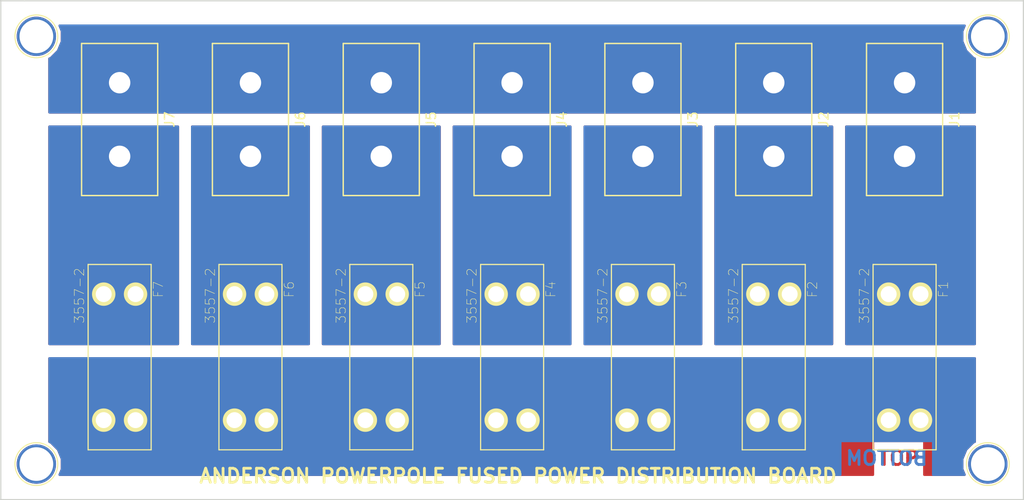
<source format=kicad_pcb>
(kicad_pcb (version 4) (host pcbnew 4.0.6)

  (general
    (links 33)
    (no_connects 0)
    (area 101.524999 87.554999 210.895001 141.045001)
    (thickness 1.6)
    (drawings 11)
    (tracks 60)
    (zones 0)
    (modules 18)
    (nets 10)
  )

  (page A4)
  (title_block
    (title "Anderson Powerpole Fused Power Distribution Board")
    (rev 0.1)
  )

  (layers
    (0 F.Cu signal)
    (31 B.Cu signal)
    (32 B.Adhes user)
    (33 F.Adhes user)
    (34 B.Paste user)
    (35 F.Paste user)
    (36 B.SilkS user)
    (37 F.SilkS user)
    (38 B.Mask user)
    (39 F.Mask user)
    (40 Dwgs.User user)
    (41 Cmts.User user)
    (42 Eco1.User user)
    (43 Eco2.User user)
    (44 Edge.Cuts user)
    (45 Margin user)
    (46 B.CrtYd user)
    (47 F.CrtYd user)
    (48 B.Fab user)
    (49 F.Fab user)
  )

  (setup
    (last_trace_width 0.25)
    (trace_clearance 0.2)
    (zone_clearance 0.508)
    (zone_45_only yes)
    (trace_min 0.2)
    (segment_width 0.2)
    (edge_width 0.15)
    (via_size 0.6)
    (via_drill 0.4)
    (via_min_size 0.4)
    (via_min_drill 0.3)
    (uvia_size 0.3)
    (uvia_drill 0.1)
    (uvias_allowed no)
    (uvia_min_size 0.2)
    (uvia_min_drill 0.1)
    (pcb_text_width 0.3)
    (pcb_text_size 1.5 1.5)
    (mod_edge_width 0.15)
    (mod_text_size 1 1)
    (mod_text_width 0.15)
    (pad_size 4.572 4.572)
    (pad_drill 2.286)
    (pad_to_mask_clearance 0.2)
    (aux_axis_origin 0 0)
    (visible_elements 7FFFFFFF)
    (pcbplotparams
      (layerselection 0x01030_80000001)
      (usegerberextensions false)
      (excludeedgelayer false)
      (linewidth 0.100000)
      (plotframeref false)
      (viasonmask false)
      (mode 1)
      (useauxorigin false)
      (hpglpennumber 1)
      (hpglpenspeed 20)
      (hpglpendiameter 15)
      (hpglpenoverlay 2)
      (psnegative false)
      (psa4output false)
      (plotreference true)
      (plotvalue true)
      (plotinvisibletext false)
      (padsonsilk false)
      (subtractmaskfromsilk false)
      (outputformat 1)
      (mirror false)
      (drillshape 0)
      (scaleselection 1)
      (outputdirectory GerberFiles/))
  )

  (net 0 "")
  (net 1 "Net-(F1-Pad1)")
  (net 2 "Net-(F1-Pad3)")
  (net 3 "Net-(F2-Pad1)")
  (net 4 "Net-(F3-Pad1)")
  (net 5 "Net-(F4-Pad1)")
  (net 6 "Net-(F5-Pad1)")
  (net 7 "Net-(F6-Pad1)")
  (net 8 "Net-(F7-Pad1)")
  (net 9 "Net-(J1-Pad2)")

  (net_class Default "This is the default net class."
    (clearance 0.2)
    (trace_width 0.25)
    (via_dia 0.6)
    (via_drill 0.4)
    (uvia_dia 0.3)
    (uvia_drill 0.1)
    (add_net "Net-(F1-Pad1)")
    (add_net "Net-(F1-Pad3)")
    (add_net "Net-(F2-Pad1)")
    (add_net "Net-(F3-Pad1)")
    (add_net "Net-(F4-Pad1)")
    (add_net "Net-(F5-Pad1)")
    (add_net "Net-(F6-Pad1)")
    (add_net "Net-(F7-Pad1)")
    (add_net "Net-(J1-Pad2)")
  )

  (module Connectors:1pin (layer F.Cu) (tedit 5948D33E) (tstamp 5948C30C)
    (at 105.41 137.16)
    (descr "module 1 pin (ou trou mecanique de percage)")
    (tags DEV)
    (fp_text reference REF** (at 0 -3.048) (layer F.SilkS) hide
      (effects (font (size 1 1) (thickness 0.15)))
    )
    (fp_text value 1pin (at 0 3) (layer F.Fab) hide
      (effects (font (size 1 1) (thickness 0.15)))
    )
    (fp_circle (center 0 0) (end 2 0.8) (layer F.Fab) (width 0.1))
    (fp_circle (center 0 0) (end 2.6 0) (layer F.CrtYd) (width 0.05))
    (fp_circle (center 0 0) (end 0 -2.286) (layer F.SilkS) (width 0.12))
    (pad 1 thru_hole circle (at 0 0) (size 4.2 4.2) (drill 3.6) (layers *.Cu *.Mask))
  )

  (module Connectors:1pin (layer F.Cu) (tedit 5948D335) (tstamp 5948C2F5)
    (at 207.01 91.44)
    (descr "module 1 pin (ou trou mecanique de percage)")
    (tags DEV)
    (fp_text reference REF** (at 0 -3.048) (layer F.SilkS) hide
      (effects (font (size 1 1) (thickness 0.15)))
    )
    (fp_text value 1pin (at 0 3) (layer F.Fab) hide
      (effects (font (size 1 1) (thickness 0.15)))
    )
    (fp_circle (center 0 0) (end 2 0.8) (layer F.Fab) (width 0.1))
    (fp_circle (center 0 0) (end 2.6 0) (layer F.CrtYd) (width 0.05))
    (fp_circle (center 0 0) (end 0 -2.286) (layer F.SilkS) (width 0.12))
    (pad 1 thru_hole circle (at 0 0) (size 4.2 4.2) (drill 3.6) (layers *.Cu *.Mask))
  )

  (module Connectors:1pin (layer F.Cu) (tedit 5948D330) (tstamp 5948C2EE)
    (at 207.01 137.16)
    (descr "module 1 pin (ou trou mecanique de percage)")
    (tags DEV)
    (fp_text reference REF** (at 0 -3.048) (layer F.SilkS) hide
      (effects (font (size 1 1) (thickness 0.15)))
    )
    (fp_text value 1pin (at 0 3) (layer F.Fab) hide
      (effects (font (size 1 1) (thickness 0.15)))
    )
    (fp_circle (center 0 0) (end 2 0.8) (layer F.Fab) (width 0.1))
    (fp_circle (center 0 0) (end 2.6 0) (layer F.CrtYd) (width 0.05))
    (fp_circle (center 0 0) (end 0 -2.286) (layer F.SilkS) (width 0.12))
    (pad 1 thru_hole circle (at 0 0) (size 4.2 4.2) (drill 3.6) (layers *.Cu *.Mask))
  )

  (module Radio:Powerpole_PP15-45_12ga_Wire (layer F.Cu) (tedit 59478760) (tstamp 5948B5E2)
    (at 198.12 100.33 90)
    (path /5947A56A)
    (fp_text reference J1 (at 0 5.334 90) (layer F.SilkS)
      (effects (font (size 1 1) (thickness 0.15)))
    )
    (fp_text value AndersonPowerpole (at 0 -5.588 90) (layer F.Fab) hide
      (effects (font (size 1 1) (thickness 0.15)))
    )
    (fp_line (start -8.128 -4.064) (end -8.128 4.064) (layer F.SilkS) (width 0.15))
    (fp_line (start -8.128 4.064) (end 8.128 4.064) (layer F.SilkS) (width 0.15))
    (fp_line (start 8.128 4.064) (end 8.128 -4.064) (layer F.SilkS) (width 0.15))
    (fp_line (start 8.128 -4.064) (end -8.128 -4.064) (layer F.SilkS) (width 0.15))
    (pad 1 thru_hole circle (at -3.937 0 90) (size 4.572 4.572) (drill 2.286) (layers *.Cu *.Mask)
      (net 1 "Net-(F1-Pad1)"))
    (pad 2 thru_hole circle (at 3.937 0 90) (size 4.572 4.572) (drill 2.286) (layers *.Cu *.Mask)
      (net 9 "Net-(J1-Pad2)"))
  )

  (module Radio:Powerpole_PP15-45_12ga_Wire (layer F.Cu) (tedit 5948BEB1) (tstamp 5948B5EC)
    (at 184.15 100.33 90)
    (path /5947A570)
    (fp_text reference J2 (at 0 5.334 90) (layer F.SilkS)
      (effects (font (size 1 1) (thickness 0.15)))
    )
    (fp_text value AndersonPowerpole (at 0 -5.588 90) (layer F.Fab) hide
      (effects (font (size 1 1) (thickness 0.15)))
    )
    (fp_line (start -8.128 -4.064) (end -8.128 4.064) (layer F.SilkS) (width 0.15))
    (fp_line (start -8.128 4.064) (end 8.128 4.064) (layer F.SilkS) (width 0.15))
    (fp_line (start 8.128 4.064) (end 8.128 -4.064) (layer F.SilkS) (width 0.15))
    (fp_line (start 8.128 -4.064) (end -8.128 -4.064) (layer F.SilkS) (width 0.15))
    (pad 1 thru_hole circle (at -3.937 0 90) (size 4.572 4.572) (drill 2.286) (layers *.Cu *.Mask)
      (net 3 "Net-(F2-Pad1)"))
    (pad 2 thru_hole circle (at 3.937 0 90) (size 4.572 4.572) (drill 2.286) (layers *.Cu *.Mask)
      (net 9 "Net-(J1-Pad2)"))
  )

  (module Radio:Powerpole_PP15-45_12ga_Wire (layer F.Cu) (tedit 59478760) (tstamp 5948B5F6)
    (at 170.18 100.33 90)
    (path /5947A482)
    (fp_text reference J3 (at 0 5.334 90) (layer F.SilkS)
      (effects (font (size 1 1) (thickness 0.15)))
    )
    (fp_text value AndersonPowerpole (at 0 -5.588 90) (layer F.Fab) hide
      (effects (font (size 1 1) (thickness 0.15)))
    )
    (fp_line (start -8.128 -4.064) (end -8.128 4.064) (layer F.SilkS) (width 0.15))
    (fp_line (start -8.128 4.064) (end 8.128 4.064) (layer F.SilkS) (width 0.15))
    (fp_line (start 8.128 4.064) (end 8.128 -4.064) (layer F.SilkS) (width 0.15))
    (fp_line (start 8.128 -4.064) (end -8.128 -4.064) (layer F.SilkS) (width 0.15))
    (pad 1 thru_hole circle (at -3.937 0 90) (size 4.572 4.572) (drill 2.286) (layers *.Cu *.Mask)
      (net 4 "Net-(F3-Pad1)"))
    (pad 2 thru_hole circle (at 3.937 0 90) (size 4.572 4.572) (drill 2.286) (layers *.Cu *.Mask)
      (net 9 "Net-(J1-Pad2)"))
  )

  (module Radio:Powerpole_PP15-45_12ga_Wire (layer F.Cu) (tedit 59478760) (tstamp 5948B600)
    (at 156.21 100.33 90)
    (path /5947A4FE)
    (fp_text reference J4 (at 0 5.334 90) (layer F.SilkS)
      (effects (font (size 1 1) (thickness 0.15)))
    )
    (fp_text value AndersonPowerpole (at 0 -5.588 90) (layer F.Fab) hide
      (effects (font (size 1 1) (thickness 0.15)))
    )
    (fp_line (start -8.128 -4.064) (end -8.128 4.064) (layer F.SilkS) (width 0.15))
    (fp_line (start -8.128 4.064) (end 8.128 4.064) (layer F.SilkS) (width 0.15))
    (fp_line (start 8.128 4.064) (end 8.128 -4.064) (layer F.SilkS) (width 0.15))
    (fp_line (start 8.128 -4.064) (end -8.128 -4.064) (layer F.SilkS) (width 0.15))
    (pad 1 thru_hole circle (at -3.937 0 90) (size 4.572 4.572) (drill 2.286) (layers *.Cu *.Mask)
      (net 5 "Net-(F4-Pad1)"))
    (pad 2 thru_hole circle (at 3.937 0 90) (size 4.572 4.572) (drill 2.286) (layers *.Cu *.Mask)
      (net 9 "Net-(J1-Pad2)"))
  )

  (module Radio:Powerpole_PP15-45_12ga_Wire (layer F.Cu) (tedit 59478760) (tstamp 5948B60A)
    (at 142.24 100.33 90)
    (path /5947A52A)
    (fp_text reference J5 (at 0 5.334 90) (layer F.SilkS)
      (effects (font (size 1 1) (thickness 0.15)))
    )
    (fp_text value AndersonPowerpole (at 0 -5.588 90) (layer F.Fab) hide
      (effects (font (size 1 1) (thickness 0.15)))
    )
    (fp_line (start -8.128 -4.064) (end -8.128 4.064) (layer F.SilkS) (width 0.15))
    (fp_line (start -8.128 4.064) (end 8.128 4.064) (layer F.SilkS) (width 0.15))
    (fp_line (start 8.128 4.064) (end 8.128 -4.064) (layer F.SilkS) (width 0.15))
    (fp_line (start 8.128 -4.064) (end -8.128 -4.064) (layer F.SilkS) (width 0.15))
    (pad 1 thru_hole circle (at -3.937 0 90) (size 4.572 4.572) (drill 2.286) (layers *.Cu *.Mask)
      (net 6 "Net-(F5-Pad1)"))
    (pad 2 thru_hole circle (at 3.937 0 90) (size 4.572 4.572) (drill 2.286) (layers *.Cu *.Mask)
      (net 9 "Net-(J1-Pad2)"))
  )

  (module Radio:Powerpole_PP15-45_12ga_Wire (layer F.Cu) (tedit 59478760) (tstamp 5948B614)
    (at 128.27 100.33 90)
    (path /5947A530)
    (fp_text reference J6 (at 0 5.334 90) (layer F.SilkS)
      (effects (font (size 1 1) (thickness 0.15)))
    )
    (fp_text value AndersonPowerpole (at 0 -5.588 90) (layer F.Fab) hide
      (effects (font (size 1 1) (thickness 0.15)))
    )
    (fp_line (start -8.128 -4.064) (end -8.128 4.064) (layer F.SilkS) (width 0.15))
    (fp_line (start -8.128 4.064) (end 8.128 4.064) (layer F.SilkS) (width 0.15))
    (fp_line (start 8.128 4.064) (end 8.128 -4.064) (layer F.SilkS) (width 0.15))
    (fp_line (start 8.128 -4.064) (end -8.128 -4.064) (layer F.SilkS) (width 0.15))
    (pad 1 thru_hole circle (at -3.937 0 90) (size 4.572 4.572) (drill 2.286) (layers *.Cu *.Mask)
      (net 7 "Net-(F6-Pad1)"))
    (pad 2 thru_hole circle (at 3.937 0 90) (size 4.572 4.572) (drill 2.286) (layers *.Cu *.Mask)
      (net 9 "Net-(J1-Pad2)"))
  )

  (module Radio:Powerpole_PP15-45_12ga_Wire (layer F.Cu) (tedit 5948D722) (tstamp 5948B61E)
    (at 114.3 100.33 90)
    (path /5947A594)
    (fp_text reference J7 (at 0 5.334 90) (layer F.SilkS)
      (effects (font (size 1 1) (thickness 0.15)))
    )
    (fp_text value AndersonPowerpole (at 0 -5.588 90) (layer F.Fab) hide
      (effects (font (size 1 1) (thickness 0.15)))
    )
    (fp_line (start -8.128 -4.064) (end -8.128 4.064) (layer F.SilkS) (width 0.15))
    (fp_line (start -8.128 4.064) (end 8.128 4.064) (layer F.SilkS) (width 0.15))
    (fp_line (start 8.128 4.064) (end 8.128 -4.064) (layer F.SilkS) (width 0.15))
    (fp_line (start 8.128 -4.064) (end -8.128 -4.064) (layer F.SilkS) (width 0.15))
    (pad 1 thru_hole circle (at -3.937 0 90) (size 4.572 4.572) (drill 2.286) (layers *.Cu *.Mask)
      (net 8 "Net-(F7-Pad1)"))
    (pad 2 thru_hole circle (at 3.937 0 90) (size 4.572 4.572) (drill 2.286) (layers *.Cu *.Mask)
      (net 9 "Net-(J1-Pad2)"))
  )

  (module Radio:FUSE_HOLDER_KEYSTONE_3557-2 (layer F.Cu) (tedit 5948BBDA) (tstamp 5948B5D8)
    (at 114.3 125.73 270)
    (path /5948BB70)
    (fp_text reference F7 (at -7.24 -4.135 270) (layer F.SilkS)
      (effects (font (size 1 1) (thickness 0.05)))
    )
    (fp_text value 3557-2 (at -6.565 4.295 270) (layer F.SilkS)
      (effects (font (size 1 1) (thickness 0.05)))
    )
    (fp_line (start -9.905 -3.365) (end -9.905 3.365) (layer F.SilkS) (width 0.127))
    (fp_line (start -9.905 3.365) (end 9.905 3.365) (layer F.SilkS) (width 0.127))
    (fp_line (start 9.905 3.365) (end 9.905 -3.365) (layer F.SilkS) (width 0.127))
    (fp_line (start 9.905 -3.365) (end -9.905 -3.365) (layer F.SilkS) (width 0.127))
    (fp_line (start -10.2 -3.6) (end 10.2 -3.6) (layer Dwgs.User) (width 0.127))
    (fp_line (start 10.2 -3.6) (end 10.2 3.6) (layer Dwgs.User) (width 0.127))
    (fp_line (start 10.2 3.6) (end -10.2 3.6) (layer Dwgs.User) (width 0.127))
    (fp_line (start -10.2 3.6) (end -10.2 -3.6) (layer Dwgs.User) (width 0.127))
    (pad 1 thru_hole circle (at -6.735 -1.7 270) (size 2.5 2.5) (drill 1.7) (layers *.Cu *.Mask F.SilkS)
      (net 8 "Net-(F7-Pad1)"))
    (pad 2 thru_hole circle (at -6.735 1.7 270) (size 2.5 2.5) (drill 1.7) (layers *.Cu *.Mask F.SilkS)
      (net 8 "Net-(F7-Pad1)"))
    (pad 3 thru_hole circle (at 6.735 -1.7 270) (size 2.5 2.5) (drill 1.7) (layers *.Cu *.Mask F.SilkS)
      (net 2 "Net-(F1-Pad3)"))
    (pad 4 thru_hole circle (at 6.735 1.7 270) (size 2.5 2.5) (drill 1.7) (layers *.Cu *.Mask F.SilkS)
      (net 2 "Net-(F1-Pad3)"))
  )

  (module Radio:FUSE_HOLDER_KEYSTONE_3557-2 (layer F.Cu) (tedit 5948BBDA) (tstamp 5948B5C8)
    (at 128.27 125.73 270)
    (path /5948BB7B)
    (fp_text reference F6 (at -7.24 -4.135 270) (layer F.SilkS)
      (effects (font (size 1 1) (thickness 0.05)))
    )
    (fp_text value 3557-2 (at -6.565 4.295 270) (layer F.SilkS)
      (effects (font (size 1 1) (thickness 0.05)))
    )
    (fp_line (start -9.905 -3.365) (end -9.905 3.365) (layer F.SilkS) (width 0.127))
    (fp_line (start -9.905 3.365) (end 9.905 3.365) (layer F.SilkS) (width 0.127))
    (fp_line (start 9.905 3.365) (end 9.905 -3.365) (layer F.SilkS) (width 0.127))
    (fp_line (start 9.905 -3.365) (end -9.905 -3.365) (layer F.SilkS) (width 0.127))
    (fp_line (start -10.2 -3.6) (end 10.2 -3.6) (layer Dwgs.User) (width 0.127))
    (fp_line (start 10.2 -3.6) (end 10.2 3.6) (layer Dwgs.User) (width 0.127))
    (fp_line (start 10.2 3.6) (end -10.2 3.6) (layer Dwgs.User) (width 0.127))
    (fp_line (start -10.2 3.6) (end -10.2 -3.6) (layer Dwgs.User) (width 0.127))
    (pad 1 thru_hole circle (at -6.735 -1.7 270) (size 2.5 2.5) (drill 1.7) (layers *.Cu *.Mask F.SilkS)
      (net 7 "Net-(F6-Pad1)"))
    (pad 2 thru_hole circle (at -6.735 1.7 270) (size 2.5 2.5) (drill 1.7) (layers *.Cu *.Mask F.SilkS)
      (net 7 "Net-(F6-Pad1)"))
    (pad 3 thru_hole circle (at 6.735 -1.7 270) (size 2.5 2.5) (drill 1.7) (layers *.Cu *.Mask F.SilkS)
      (net 2 "Net-(F1-Pad3)"))
    (pad 4 thru_hole circle (at 6.735 1.7 270) (size 2.5 2.5) (drill 1.7) (layers *.Cu *.Mask F.SilkS)
      (net 2 "Net-(F1-Pad3)"))
  )

  (module Radio:FUSE_HOLDER_KEYSTONE_3557-2 (layer F.Cu) (tedit 5948BBDA) (tstamp 5948B5B8)
    (at 142.24 125.73 270)
    (path /5948BB65)
    (fp_text reference F5 (at -7.24 -4.135 270) (layer F.SilkS)
      (effects (font (size 1 1) (thickness 0.05)))
    )
    (fp_text value 3557-2 (at -6.565 4.295 270) (layer F.SilkS)
      (effects (font (size 1 1) (thickness 0.05)))
    )
    (fp_line (start -9.905 -3.365) (end -9.905 3.365) (layer F.SilkS) (width 0.127))
    (fp_line (start -9.905 3.365) (end 9.905 3.365) (layer F.SilkS) (width 0.127))
    (fp_line (start 9.905 3.365) (end 9.905 -3.365) (layer F.SilkS) (width 0.127))
    (fp_line (start 9.905 -3.365) (end -9.905 -3.365) (layer F.SilkS) (width 0.127))
    (fp_line (start -10.2 -3.6) (end 10.2 -3.6) (layer Dwgs.User) (width 0.127))
    (fp_line (start 10.2 -3.6) (end 10.2 3.6) (layer Dwgs.User) (width 0.127))
    (fp_line (start 10.2 3.6) (end -10.2 3.6) (layer Dwgs.User) (width 0.127))
    (fp_line (start -10.2 3.6) (end -10.2 -3.6) (layer Dwgs.User) (width 0.127))
    (pad 1 thru_hole circle (at -6.735 -1.7 270) (size 2.5 2.5) (drill 1.7) (layers *.Cu *.Mask F.SilkS)
      (net 6 "Net-(F5-Pad1)"))
    (pad 2 thru_hole circle (at -6.735 1.7 270) (size 2.5 2.5) (drill 1.7) (layers *.Cu *.Mask F.SilkS)
      (net 6 "Net-(F5-Pad1)"))
    (pad 3 thru_hole circle (at 6.735 -1.7 270) (size 2.5 2.5) (drill 1.7) (layers *.Cu *.Mask F.SilkS)
      (net 2 "Net-(F1-Pad3)"))
    (pad 4 thru_hole circle (at 6.735 1.7 270) (size 2.5 2.5) (drill 1.7) (layers *.Cu *.Mask F.SilkS)
      (net 2 "Net-(F1-Pad3)"))
  )

  (module Radio:FUSE_HOLDER_KEYSTONE_3557-2 (layer F.Cu) (tedit 5948BBDA) (tstamp 5948B5A8)
    (at 156.21 125.73 270)
    (path /5948BAE4)
    (fp_text reference F4 (at -7.24 -4.135 270) (layer F.SilkS)
      (effects (font (size 1 1) (thickness 0.05)))
    )
    (fp_text value 3557-2 (at -6.565 4.295 270) (layer F.SilkS)
      (effects (font (size 1 1) (thickness 0.05)))
    )
    (fp_line (start -9.905 -3.365) (end -9.905 3.365) (layer F.SilkS) (width 0.127))
    (fp_line (start -9.905 3.365) (end 9.905 3.365) (layer F.SilkS) (width 0.127))
    (fp_line (start 9.905 3.365) (end 9.905 -3.365) (layer F.SilkS) (width 0.127))
    (fp_line (start 9.905 -3.365) (end -9.905 -3.365) (layer F.SilkS) (width 0.127))
    (fp_line (start -10.2 -3.6) (end 10.2 -3.6) (layer Dwgs.User) (width 0.127))
    (fp_line (start 10.2 -3.6) (end 10.2 3.6) (layer Dwgs.User) (width 0.127))
    (fp_line (start 10.2 3.6) (end -10.2 3.6) (layer Dwgs.User) (width 0.127))
    (fp_line (start -10.2 3.6) (end -10.2 -3.6) (layer Dwgs.User) (width 0.127))
    (pad 1 thru_hole circle (at -6.735 -1.7 270) (size 2.5 2.5) (drill 1.7) (layers *.Cu *.Mask F.SilkS)
      (net 5 "Net-(F4-Pad1)"))
    (pad 2 thru_hole circle (at -6.735 1.7 270) (size 2.5 2.5) (drill 1.7) (layers *.Cu *.Mask F.SilkS)
      (net 5 "Net-(F4-Pad1)"))
    (pad 3 thru_hole circle (at 6.735 -1.7 270) (size 2.5 2.5) (drill 1.7) (layers *.Cu *.Mask F.SilkS)
      (net 2 "Net-(F1-Pad3)"))
    (pad 4 thru_hole circle (at 6.735 1.7 270) (size 2.5 2.5) (drill 1.7) (layers *.Cu *.Mask F.SilkS)
      (net 2 "Net-(F1-Pad3)"))
  )

  (module Radio:FUSE_HOLDER_KEYSTONE_3557-2 (layer F.Cu) (tedit 5948BBDA) (tstamp 5948B598)
    (at 170.18 125.73 270)
    (path /5948BAEF)
    (fp_text reference F3 (at -7.24 -4.135 270) (layer F.SilkS)
      (effects (font (size 1 1) (thickness 0.05)))
    )
    (fp_text value 3557-2 (at -6.565 4.295 270) (layer F.SilkS)
      (effects (font (size 1 1) (thickness 0.05)))
    )
    (fp_line (start -9.905 -3.365) (end -9.905 3.365) (layer F.SilkS) (width 0.127))
    (fp_line (start -9.905 3.365) (end 9.905 3.365) (layer F.SilkS) (width 0.127))
    (fp_line (start 9.905 3.365) (end 9.905 -3.365) (layer F.SilkS) (width 0.127))
    (fp_line (start 9.905 -3.365) (end -9.905 -3.365) (layer F.SilkS) (width 0.127))
    (fp_line (start -10.2 -3.6) (end 10.2 -3.6) (layer Dwgs.User) (width 0.127))
    (fp_line (start 10.2 -3.6) (end 10.2 3.6) (layer Dwgs.User) (width 0.127))
    (fp_line (start 10.2 3.6) (end -10.2 3.6) (layer Dwgs.User) (width 0.127))
    (fp_line (start -10.2 3.6) (end -10.2 -3.6) (layer Dwgs.User) (width 0.127))
    (pad 1 thru_hole circle (at -6.735 -1.7 270) (size 2.5 2.5) (drill 1.7) (layers *.Cu *.Mask F.SilkS)
      (net 4 "Net-(F3-Pad1)"))
    (pad 2 thru_hole circle (at -6.735 1.7 270) (size 2.5 2.5) (drill 1.7) (layers *.Cu *.Mask F.SilkS)
      (net 4 "Net-(F3-Pad1)"))
    (pad 3 thru_hole circle (at 6.735 -1.7 270) (size 2.5 2.5) (drill 1.7) (layers *.Cu *.Mask F.SilkS)
      (net 2 "Net-(F1-Pad3)"))
    (pad 4 thru_hole circle (at 6.735 1.7 270) (size 2.5 2.5) (drill 1.7) (layers *.Cu *.Mask F.SilkS)
      (net 2 "Net-(F1-Pad3)"))
  )

  (module Radio:FUSE_HOLDER_KEYSTONE_3557-2 (layer F.Cu) (tedit 5948BBDA) (tstamp 5948B588)
    (at 184.15 125.73 270)
    (path /5948B5D6)
    (fp_text reference F2 (at -7.24 -4.135 270) (layer F.SilkS)
      (effects (font (size 1 1) (thickness 0.05)))
    )
    (fp_text value 3557-2 (at -6.565 4.295 270) (layer F.SilkS)
      (effects (font (size 1 1) (thickness 0.05)))
    )
    (fp_line (start -9.905 -3.365) (end -9.905 3.365) (layer F.SilkS) (width 0.127))
    (fp_line (start -9.905 3.365) (end 9.905 3.365) (layer F.SilkS) (width 0.127))
    (fp_line (start 9.905 3.365) (end 9.905 -3.365) (layer F.SilkS) (width 0.127))
    (fp_line (start 9.905 -3.365) (end -9.905 -3.365) (layer F.SilkS) (width 0.127))
    (fp_line (start -10.2 -3.6) (end 10.2 -3.6) (layer Dwgs.User) (width 0.127))
    (fp_line (start 10.2 -3.6) (end 10.2 3.6) (layer Dwgs.User) (width 0.127))
    (fp_line (start 10.2 3.6) (end -10.2 3.6) (layer Dwgs.User) (width 0.127))
    (fp_line (start -10.2 3.6) (end -10.2 -3.6) (layer Dwgs.User) (width 0.127))
    (pad 1 thru_hole circle (at -6.735 -1.7 270) (size 2.5 2.5) (drill 1.7) (layers *.Cu *.Mask F.SilkS)
      (net 3 "Net-(F2-Pad1)"))
    (pad 2 thru_hole circle (at -6.735 1.7 270) (size 2.5 2.5) (drill 1.7) (layers *.Cu *.Mask F.SilkS)
      (net 3 "Net-(F2-Pad1)"))
    (pad 3 thru_hole circle (at 6.735 -1.7 270) (size 2.5 2.5) (drill 1.7) (layers *.Cu *.Mask F.SilkS)
      (net 2 "Net-(F1-Pad3)"))
    (pad 4 thru_hole circle (at 6.735 1.7 270) (size 2.5 2.5) (drill 1.7) (layers *.Cu *.Mask F.SilkS)
      (net 2 "Net-(F1-Pad3)"))
  )

  (module Radio:FUSE_HOLDER_KEYSTONE_3557-2 (layer F.Cu) (tedit 5948BBDA) (tstamp 5948B578)
    (at 198.12 125.73 270)
    (path /5948BA88)
    (fp_text reference F1 (at -7.24 -4.135 270) (layer F.SilkS)
      (effects (font (size 1 1) (thickness 0.05)))
    )
    (fp_text value 3557-2 (at -6.565 4.295 270) (layer F.SilkS)
      (effects (font (size 1 1) (thickness 0.05)))
    )
    (fp_line (start -9.905 -3.365) (end -9.905 3.365) (layer F.SilkS) (width 0.127))
    (fp_line (start -9.905 3.365) (end 9.905 3.365) (layer F.SilkS) (width 0.127))
    (fp_line (start 9.905 3.365) (end 9.905 -3.365) (layer F.SilkS) (width 0.127))
    (fp_line (start 9.905 -3.365) (end -9.905 -3.365) (layer F.SilkS) (width 0.127))
    (fp_line (start -10.2 -3.6) (end 10.2 -3.6) (layer Dwgs.User) (width 0.127))
    (fp_line (start 10.2 -3.6) (end 10.2 3.6) (layer Dwgs.User) (width 0.127))
    (fp_line (start 10.2 3.6) (end -10.2 3.6) (layer Dwgs.User) (width 0.127))
    (fp_line (start -10.2 3.6) (end -10.2 -3.6) (layer Dwgs.User) (width 0.127))
    (pad 1 thru_hole circle (at -6.735 -1.7 270) (size 2.5 2.5) (drill 1.7) (layers *.Cu *.Mask F.SilkS)
      (net 1 "Net-(F1-Pad1)"))
    (pad 2 thru_hole circle (at -6.735 1.7 270) (size 2.5 2.5) (drill 1.7) (layers *.Cu *.Mask F.SilkS)
      (net 1 "Net-(F1-Pad1)"))
    (pad 3 thru_hole circle (at 6.735 -1.7 270) (size 2.5 2.5) (drill 1.7) (layers *.Cu *.Mask F.SilkS)
      (net 2 "Net-(F1-Pad3)"))
    (pad 4 thru_hole circle (at 6.735 1.7 270) (size 2.5 2.5) (drill 1.7) (layers *.Cu *.Mask F.SilkS)
      (net 2 "Net-(F1-Pad3)"))
  )

  (module Connectors:1pin (layer F.Cu) (tedit 5948D342) (tstamp 5948C1D5)
    (at 105.41 91.44)
    (descr "module 1 pin (ou trou mecanique de percage)")
    (tags DEV)
    (fp_text reference REF** (at 0 -3.048) (layer F.SilkS) hide
      (effects (font (size 1 1) (thickness 0.15)))
    )
    (fp_text value 1pin (at 0 3) (layer F.Fab) hide
      (effects (font (size 1 1) (thickness 0.15)))
    )
    (fp_circle (center 0 0) (end 2 0.8) (layer F.Fab) (width 0.1))
    (fp_circle (center 0 0) (end 2.6 0) (layer F.CrtYd) (width 0.05))
    (fp_circle (center 0 0) (end 0 -2.286) (layer F.SilkS) (width 0.12))
    (pad 1 thru_hole circle (at 0 0) (size 4.2 4.2) (drill 3.6) (layers *.Cu *.Mask))
  )

  (gr_line (start 210.82 140.97) (end 208.28 140.97) (angle 90) (layer Edge.Cuts) (width 0.15))
  (gr_line (start 208.28 87.63) (end 210.82 87.63) (angle 90) (layer Edge.Cuts) (width 0.15))
  (gr_line (start 104.14 87.63) (end 101.6 87.63) (angle 90) (layer Edge.Cuts) (width 0.15))
  (gr_line (start 104.14 140.97) (end 101.6 140.97) (angle 90) (layer Edge.Cuts) (width 0.15))
  (gr_text "ANDERSON POWERPOLE FUSED POWER DISTRIBUTION BOARD" (at 156.845 138.43) (layer F.SilkS)
    (effects (font (size 1.5 1.5) (thickness 0.3)))
  )
  (gr_text BOTTOM (at 196.215 136.525) (layer B.Cu)
    (effects (font (size 1.5 1.5) (thickness 0.3)) (justify mirror))
  )
  (gr_text TOP (at 197.485 136.525) (layer F.Cu)
    (effects (font (size 1.5 1.5) (thickness 0.3)))
  )
  (gr_line (start 101.6 140.97) (end 101.6 87.63) (angle 90) (layer Edge.Cuts) (width 0.15))
  (gr_line (start 208.28 140.97) (end 104.14 140.97) (angle 90) (layer Edge.Cuts) (width 0.15))
  (gr_line (start 210.82 87.63) (end 210.82 140.97) (angle 90) (layer Edge.Cuts) (width 0.15))
  (gr_line (start 104.14 87.63) (end 208.28 87.63) (angle 90) (layer Edge.Cuts) (width 0.15))

  (segment (start 196.42 118.995) (end 199.82 118.995) (width 0.25) (layer B.Cu) (net 1) (status C00000))
  (segment (start 198.12 104.267) (end 198.12 117.295) (width 0.25) (layer F.Cu) (net 1) (status 400000))
  (segment (start 198.12 104.267) (end 198.12 117.295) (width 0.25) (layer B.Cu) (net 1) (status 400000))
  (segment (start 198.12 117.295) (end 199.82 118.995) (width 0.25) (layer B.Cu) (net 1) (tstamp 5948DB80) (status 800000))
  (segment (start 198.12 117.295) (end 199.82 118.995) (width 0.25) (layer F.Cu) (net 1) (tstamp 5948DB78) (status 800000))
  (segment (start 198.12 117.295) (end 199.82 118.995) (width 0.25) (layer F.Cu) (net 1) (tstamp 5948DB6D) (status 800000))
  (segment (start 112.6 132.465) (end 116 132.465) (width 0.25) (layer B.Cu) (net 2))
  (segment (start 116 132.465) (end 126.57 132.465) (width 0.25) (layer B.Cu) (net 2) (tstamp 5948BA38))
  (segment (start 126.57 132.465) (end 129.97 132.465) (width 0.25) (layer B.Cu) (net 2) (tstamp 5948BA39))
  (segment (start 129.97 132.465) (end 140.54 132.465) (width 0.25) (layer B.Cu) (net 2) (tstamp 5948BA3A))
  (segment (start 140.54 132.465) (end 143.94 132.465) (width 0.25) (layer B.Cu) (net 2) (tstamp 5948BA3B))
  (segment (start 143.94 132.465) (end 154.51 132.465) (width 0.25) (layer B.Cu) (net 2) (tstamp 5948BA3C))
  (segment (start 154.51 132.465) (end 157.91 132.465) (width 0.25) (layer B.Cu) (net 2) (tstamp 5948BA3D))
  (segment (start 157.91 132.465) (end 168.48 132.465) (width 0.25) (layer B.Cu) (net 2) (tstamp 5948BA3E))
  (segment (start 168.48 132.465) (end 171.88 132.465) (width 0.25) (layer B.Cu) (net 2) (tstamp 5948BA3F))
  (segment (start 171.88 132.465) (end 182.45 132.465) (width 0.25) (layer B.Cu) (net 2) (tstamp 5948BA40))
  (segment (start 182.45 132.465) (end 185.85 132.465) (width 0.25) (layer B.Cu) (net 2) (tstamp 5948BA41))
  (segment (start 185.85 132.465) (end 196.42 132.465) (width 0.25) (layer B.Cu) (net 2) (tstamp 5948BA42))
  (segment (start 196.42 132.465) (end 199.82 132.465) (width 0.25) (layer B.Cu) (net 2) (tstamp 5948BA43))
  (segment (start 126.57 132.465) (end 129.97 132.465) (width 0.25) (layer F.Cu) (net 2))
  (segment (start 129.97 132.465) (end 140.54 132.465) (width 0.25) (layer F.Cu) (net 2) (tstamp 5948B9FA))
  (segment (start 140.54 132.465) (end 143.94 132.465) (width 0.25) (layer F.Cu) (net 2) (tstamp 5948B9FB))
  (segment (start 143.94 132.465) (end 154.51 132.465) (width 0.25) (layer F.Cu) (net 2) (tstamp 5948B9FC))
  (segment (start 154.51 132.465) (end 157.91 132.465) (width 0.25) (layer F.Cu) (net 2) (tstamp 5948B9FD))
  (segment (start 157.91 132.465) (end 168.48 132.465) (width 0.25) (layer F.Cu) (net 2) (tstamp 5948B9FE))
  (segment (start 168.48 132.465) (end 171.88 132.465) (width 0.25) (layer F.Cu) (net 2) (tstamp 5948B9FF))
  (segment (start 171.88 132.465) (end 182.45 132.465) (width 0.25) (layer F.Cu) (net 2) (tstamp 5948BA00))
  (segment (start 182.45 132.465) (end 185.85 132.465) (width 0.25) (layer F.Cu) (net 2) (tstamp 5948BA01))
  (segment (start 185.85 132.465) (end 196.42 132.465) (width 0.25) (layer F.Cu) (net 2) (tstamp 5948BA02))
  (segment (start 196.42 132.465) (end 199.82 132.465) (width 0.25) (layer F.Cu) (net 2) (tstamp 5948BA03))
  (segment (start 116 132.465) (end 126.57 132.465) (width 0.25) (layer F.Cu) (net 2))
  (segment (start 185.85 118.995) (end 182.45 118.995) (width 0.25) (layer F.Cu) (net 3))
  (segment (start 184.15 104.267) (end 184.15 117.295) (width 0.25) (layer F.Cu) (net 3))
  (segment (start 184.15 117.295) (end 185.85 118.995) (width 0.25) (layer F.Cu) (net 3) (tstamp 5948BA4F))
  (segment (start 171.88 118.995) (end 168.48 118.995) (width 0.25) (layer F.Cu) (net 4))
  (segment (start 170.18 104.267) (end 170.18 117.295) (width 0.25) (layer F.Cu) (net 4))
  (segment (start 170.18 117.295) (end 171.88 118.995) (width 0.25) (layer F.Cu) (net 4) (tstamp 5948BA55))
  (segment (start 157.91 118.995) (end 154.51 118.995) (width 0.25) (layer F.Cu) (net 5))
  (segment (start 156.21 104.267) (end 156.21 117.295) (width 0.25) (layer F.Cu) (net 5))
  (segment (start 156.21 117.295) (end 157.91 118.995) (width 0.25) (layer F.Cu) (net 5) (tstamp 5948BA5B))
  (segment (start 143.94 118.995) (end 140.54 118.995) (width 0.25) (layer F.Cu) (net 6))
  (segment (start 142.24 104.267) (end 142.24 117.295) (width 0.25) (layer F.Cu) (net 6))
  (segment (start 142.24 117.295) (end 143.94 118.995) (width 0.25) (layer F.Cu) (net 6) (tstamp 5948BA62))
  (segment (start 129.97 118.995) (end 126.57 118.995) (width 0.25) (layer F.Cu) (net 7))
  (segment (start 128.27 104.267) (end 128.27 117.295) (width 0.25) (layer F.Cu) (net 7))
  (segment (start 128.27 117.295) (end 129.97 118.995) (width 0.25) (layer F.Cu) (net 7) (tstamp 5948BA68))
  (segment (start 116 118.995) (end 112.6 118.995) (width 0.25) (layer F.Cu) (net 8))
  (segment (start 114.3 104.267) (end 114.3 117.295) (width 0.25) (layer F.Cu) (net 8))
  (segment (start 114.3 117.295) (end 116 118.995) (width 0.25) (layer F.Cu) (net 8) (tstamp 5948BA6E))
  (segment (start 198.12 96.393) (end 184.15 96.393) (width 0.25) (layer F.Cu) (net 9) (status C00000))
  (segment (start 184.15 96.393) (end 170.18 96.393) (width 0.25) (layer B.Cu) (net 9) (tstamp 5948DB4C) (status C00000))
  (segment (start 170.18 96.393) (end 156.21 96.393) (width 0.25) (layer B.Cu) (net 9) (tstamp 5948DB4D) (status C00000))
  (segment (start 156.21 96.393) (end 142.24 96.393) (width 0.25) (layer B.Cu) (net 9) (tstamp 5948DB4E) (status C00000))
  (segment (start 142.24 96.393) (end 128.27 96.393) (width 0.25) (layer B.Cu) (net 9) (tstamp 5948DB4F) (status C00000))
  (segment (start 128.27 96.393) (end 114.3 96.393) (width 0.25) (layer B.Cu) (net 9) (tstamp 5948DB50) (status C00000))
  (segment (start 114.3 96.393) (end 128.27 96.393) (width 0.25) (layer F.Cu) (net 9) (status C00000))
  (segment (start 128.27 96.393) (end 142.24 96.393) (width 0.25) (layer F.Cu) (net 9) (tstamp 5948DB42) (status C00000))
  (segment (start 142.24 96.393) (end 156.21 96.393) (width 0.25) (layer F.Cu) (net 9) (tstamp 5948DB43) (status C00000))
  (segment (start 156.21 96.393) (end 170.18 96.393) (width 0.25) (layer F.Cu) (net 9) (tstamp 5948DB44) (status C00000))
  (segment (start 170.18 96.393) (end 184.15 96.393) (width 0.25) (layer F.Cu) (net 9) (tstamp 5948DB45) (status C00000))

  (zone (net 9) (net_name "Net-(J1-Pad2)") (layer B.Cu) (tstamp 5948BA7C) (hatch edge 0.508)
    (connect_pads yes (clearance 0.508))
    (min_thickness 0.254)
    (fill yes (arc_segments 16) (thermal_gap 0.508) (thermal_bridge_width 0.508))
    (polygon
      (pts
        (xy 106.68 90.17) (xy 205.74 90.17) (xy 205.74 99.695) (xy 106.68 99.695)
      )
    )
    (filled_polygon
      (pts
        (xy 204.275476 90.893588) (xy 204.274526 91.981638) (xy 204.690028 92.987229) (xy 205.458724 93.757268) (xy 205.613 93.821329)
        (xy 205.613 99.568) (xy 106.807 99.568) (xy 106.807 93.822045) (xy 106.957229 93.759972) (xy 107.727268 92.991276)
        (xy 108.144524 91.986412) (xy 108.145474 90.898362) (xy 107.896996 90.297) (xy 204.523201 90.297)
      )
    )
  )
  (zone (net 8) (net_name "Net-(F7-Pad1)") (layer B.Cu) (tstamp 5948BA7E) (hatch edge 0.508)
    (connect_pads yes (clearance 0.508))
    (min_thickness 0.254)
    (fill yes (arc_segments 16) (thermal_gap 0.508) (thermal_bridge_width 0.508))
    (polygon
      (pts
        (xy 120.65 100.965) (xy 106.68 100.965) (xy 106.68 124.46) (xy 120.65 124.46)
      )
    )
    (filled_polygon
      (pts
        (xy 120.523 124.333) (xy 106.807 124.333) (xy 106.807 101.092) (xy 120.523 101.092)
      )
    )
  )
  (zone (net 2) (net_name "Net-(F1-Pad3)") (layer F.Cu) (tstamp 5948BA7F) (hatch edge 0.508)
    (connect_pads yes (clearance 0.508))
    (min_thickness 0.254)
    (fill yes (arc_segments 16) (thermal_gap 0.508) (thermal_bridge_width 0.508))
    (polygon
      (pts
        (xy 106.68 125.73) (xy 106.68 138.43) (xy 205.74 138.43) (xy 205.74 125.73)
      )
    )
    (filled_polygon
      (pts
        (xy 205.613 134.777955) (xy 205.462771 134.840028) (xy 204.692732 135.608724) (xy 204.275476 136.613588) (xy 204.274526 137.701638)
        (xy 204.523004 138.303) (xy 200.227143 138.303) (xy 200.227143 134.69) (xy 194.742857 134.69) (xy 194.742857 138.303)
        (xy 107.896799 138.303) (xy 108.144524 137.706412) (xy 108.145474 136.618362) (xy 107.729972 135.612771) (xy 106.961276 134.842732)
        (xy 106.807 134.778671) (xy 106.807 125.857) (xy 205.613 125.857)
      )
    )
  )
  (zone (net 7) (net_name "Net-(F6-Pad1)") (layer B.Cu) (tstamp 5948BA81) (hatch edge 0.508)
    (connect_pads yes (clearance 0.508))
    (min_thickness 0.254)
    (fill yes (arc_segments 16) (thermal_gap 0.508) (thermal_bridge_width 0.508))
    (polygon
      (pts
        (xy 121.92 100.965) (xy 134.62 100.965) (xy 134.62 124.46) (xy 121.92 124.46)
      )
    )
    (filled_polygon
      (pts
        (xy 134.493 124.333) (xy 122.047 124.333) (xy 122.047 101.092) (xy 134.493 101.092)
      )
    )
  )
  (zone (net 6) (net_name "Net-(F5-Pad1)") (layer B.Cu) (tstamp 5948BA82) (hatch edge 0.508)
    (connect_pads yes (clearance 0.508))
    (min_thickness 0.254)
    (fill yes (arc_segments 16) (thermal_gap 0.508) (thermal_bridge_width 0.508))
    (polygon
      (pts
        (xy 135.89 100.965) (xy 148.59 100.965) (xy 148.59 124.46) (xy 135.89 124.46)
      )
    )
    (filled_polygon
      (pts
        (xy 148.463 124.333) (xy 136.017 124.333) (xy 136.017 101.092) (xy 148.463 101.092)
      )
    )
  )
  (zone (net 5) (net_name "Net-(F4-Pad1)") (layer B.Cu) (tstamp 5948BA83) (hatch edge 0.508)
    (connect_pads yes (clearance 0.508))
    (min_thickness 0.254)
    (fill yes (arc_segments 16) (thermal_gap 0.508) (thermal_bridge_width 0.508))
    (polygon
      (pts
        (xy 149.86 100.965) (xy 162.56 100.965) (xy 162.56 124.46) (xy 149.86 124.46)
      )
    )
    (filled_polygon
      (pts
        (xy 162.433 124.333) (xy 149.987 124.333) (xy 149.987 101.092) (xy 162.433 101.092)
      )
    )
  )
  (zone (net 4) (net_name "Net-(F3-Pad1)") (layer B.Cu) (tstamp 5948BA84) (hatch edge 0.508)
    (connect_pads yes (clearance 0.508))
    (min_thickness 0.254)
    (fill yes (arc_segments 16) (thermal_gap 0.508) (thermal_bridge_width 0.508))
    (polygon
      (pts
        (xy 163.83 100.965) (xy 176.53 100.965) (xy 176.53 124.46) (xy 163.83 124.46)
      )
    )
    (filled_polygon
      (pts
        (xy 176.403 124.333) (xy 163.957 124.333) (xy 163.957 101.092) (xy 176.403 101.092)
      )
    )
  )
  (zone (net 3) (net_name "Net-(F2-Pad1)") (layer B.Cu) (tstamp 5948BA87) (hatch edge 0.508)
    (connect_pads yes (clearance 0.508))
    (min_thickness 0.254)
    (fill yes (arc_segments 16) (thermal_gap 0.508) (thermal_bridge_width 0.508))
    (polygon
      (pts
        (xy 177.8 100.965) (xy 190.5 100.965) (xy 190.5 124.46) (xy 177.8 124.46)
      )
    )
    (filled_polygon
      (pts
        (xy 190.373 124.333) (xy 177.927 124.333) (xy 177.927 101.092) (xy 190.373 101.092)
      )
    )
  )
  (zone (net 1) (net_name "Net-(F1-Pad1)") (layer B.Cu) (tstamp 5948BA91) (hatch edge 0.508)
    (connect_pads yes (clearance 0.508))
    (min_thickness 0.254)
    (fill yes (arc_segments 16) (thermal_gap 0.508) (thermal_bridge_width 0.508))
    (polygon
      (pts
        (xy 191.77 100.965) (xy 205.74 100.965) (xy 205.74 124.46) (xy 191.77 124.46)
      )
    )
    (filled_polygon
      (pts
        (xy 205.613 124.333) (xy 191.897 124.333) (xy 191.897 101.092) (xy 205.613 101.092)
      )
    )
  )
  (zone (net 2) (net_name "Net-(F1-Pad3)") (layer B.Cu) (tstamp 5948BA7F) (hatch edge 0.508)
    (connect_pads yes (clearance 0.508))
    (min_thickness 0.254)
    (fill yes (arc_segments 16) (thermal_gap 0.508) (thermal_bridge_width 0.508))
    (polygon
      (pts
        (xy 106.68 125.73) (xy 106.68 138.43) (xy 205.74 138.43) (xy 205.74 125.73)
      )
    )
    (filled_polygon
      (pts
        (xy 205.613 134.777955) (xy 205.462771 134.840028) (xy 204.692732 135.608724) (xy 204.275476 136.613588) (xy 204.274526 137.701638)
        (xy 204.523004 138.303) (xy 201.171429 138.303) (xy 201.171429 134.69) (xy 191.258571 134.69) (xy 191.258571 138.303)
        (xy 107.896799 138.303) (xy 108.144524 137.706412) (xy 108.145474 136.618362) (xy 107.729972 135.612771) (xy 106.961276 134.842732)
        (xy 106.807 134.778671) (xy 106.807 125.857) (xy 205.613 125.857)
      )
    )
  )
  (zone (net 8) (net_name "Net-(F7-Pad1)") (layer F.Cu) (tstamp 5948BA7E) (hatch edge 0.508)
    (connect_pads yes (clearance 0.508))
    (min_thickness 0.254)
    (fill yes (arc_segments 16) (thermal_gap 0.508) (thermal_bridge_width 0.508))
    (polygon
      (pts
        (xy 120.65 100.965) (xy 106.68 100.965) (xy 106.68 124.46) (xy 120.65 124.46)
      )
    )
    (filled_polygon
      (pts
        (xy 120.523 124.333) (xy 106.807 124.333) (xy 106.807 101.092) (xy 120.523 101.092)
      )
    )
  )
  (zone (net 7) (net_name "Net-(F6-Pad1)") (layer F.Cu) (tstamp 5948BA81) (hatch edge 0.508)
    (connect_pads yes (clearance 0.508))
    (min_thickness 0.254)
    (fill yes (arc_segments 16) (thermal_gap 0.508) (thermal_bridge_width 0.508))
    (polygon
      (pts
        (xy 121.92 100.965) (xy 134.62 100.965) (xy 134.62 124.46) (xy 121.92 124.46)
      )
    )
    (filled_polygon
      (pts
        (xy 134.493 124.333) (xy 122.047 124.333) (xy 122.047 101.092) (xy 134.493 101.092)
      )
    )
  )
  (zone (net 6) (net_name "Net-(F5-Pad1)") (layer F.Cu) (tstamp 5948BA82) (hatch edge 0.508)
    (connect_pads yes (clearance 0.508))
    (min_thickness 0.254)
    (fill yes (arc_segments 16) (thermal_gap 0.508) (thermal_bridge_width 0.508))
    (polygon
      (pts
        (xy 135.89 100.965) (xy 148.59 100.965) (xy 148.59 124.46) (xy 135.89 124.46)
      )
    )
    (filled_polygon
      (pts
        (xy 148.463 124.333) (xy 136.017 124.333) (xy 136.017 101.092) (xy 148.463 101.092)
      )
    )
  )
  (zone (net 5) (net_name "Net-(F4-Pad1)") (layer F.Cu) (tstamp 5948BA83) (hatch edge 0.508)
    (connect_pads yes (clearance 0.508))
    (min_thickness 0.254)
    (fill yes (arc_segments 16) (thermal_gap 0.508) (thermal_bridge_width 0.508))
    (polygon
      (pts
        (xy 149.86 100.965) (xy 162.56 100.965) (xy 162.56 124.46) (xy 149.86 124.46)
      )
    )
    (filled_polygon
      (pts
        (xy 162.433 124.333) (xy 149.987 124.333) (xy 149.987 101.092) (xy 162.433 101.092)
      )
    )
  )
  (zone (net 4) (net_name "Net-(F3-Pad1)") (layer F.Cu) (tstamp 5948BA84) (hatch edge 0.508)
    (connect_pads yes (clearance 0.508))
    (min_thickness 0.254)
    (fill yes (arc_segments 16) (thermal_gap 0.508) (thermal_bridge_width 0.508))
    (polygon
      (pts
        (xy 163.83 100.965) (xy 176.53 100.965) (xy 176.53 124.46) (xy 163.83 124.46)
      )
    )
    (filled_polygon
      (pts
        (xy 176.403 124.333) (xy 163.957 124.333) (xy 163.957 101.092) (xy 176.403 101.092)
      )
    )
  )
  (zone (net 3) (net_name "Net-(F2-Pad1)") (layer F.Cu) (tstamp 5948BA87) (hatch edge 0.508)
    (connect_pads yes (clearance 0.508))
    (min_thickness 0.254)
    (fill yes (arc_segments 16) (thermal_gap 0.508) (thermal_bridge_width 0.508))
    (polygon
      (pts
        (xy 177.8 100.965) (xy 190.5 100.965) (xy 190.5 124.46) (xy 177.8 124.46)
      )
    )
    (filled_polygon
      (pts
        (xy 190.373 124.333) (xy 177.927 124.333) (xy 177.927 101.092) (xy 190.373 101.092)
      )
    )
  )
  (zone (net 1) (net_name "Net-(F1-Pad1)") (layer F.Cu) (tstamp 5948BA91) (hatch edge 0.508)
    (connect_pads yes (clearance 0.508))
    (min_thickness 0.254)
    (fill yes (arc_segments 16) (thermal_gap 0.508) (thermal_bridge_width 0.508))
    (polygon
      (pts
        (xy 191.77 100.965) (xy 205.74 100.965) (xy 205.74 124.46) (xy 191.77 124.46)
      )
    )
    (filled_polygon
      (pts
        (xy 205.613 124.333) (xy 191.897 124.333) (xy 191.897 101.092) (xy 205.613 101.092)
      )
    )
  )
  (zone (net 9) (net_name "Net-(J1-Pad2)") (layer F.Cu) (tstamp 5948BA7C) (hatch edge 0.508)
    (connect_pads yes (clearance 0.508))
    (min_thickness 0.254)
    (fill yes (arc_segments 16) (thermal_gap 0.508) (thermal_bridge_width 0.508))
    (polygon
      (pts
        (xy 106.68 90.17) (xy 205.74 90.17) (xy 205.74 99.695) (xy 106.68 99.695)
      )
    )
    (filled_polygon
      (pts
        (xy 204.275476 90.893588) (xy 204.274526 91.981638) (xy 204.690028 92.987229) (xy 205.458724 93.757268) (xy 205.613 93.821329)
        (xy 205.613 99.568) (xy 106.807 99.568) (xy 106.807 93.822045) (xy 106.957229 93.759972) (xy 107.727268 92.991276)
        (xy 108.144524 91.986412) (xy 108.145474 90.898362) (xy 107.896996 90.297) (xy 204.523201 90.297)
      )
    )
  )
)

</source>
